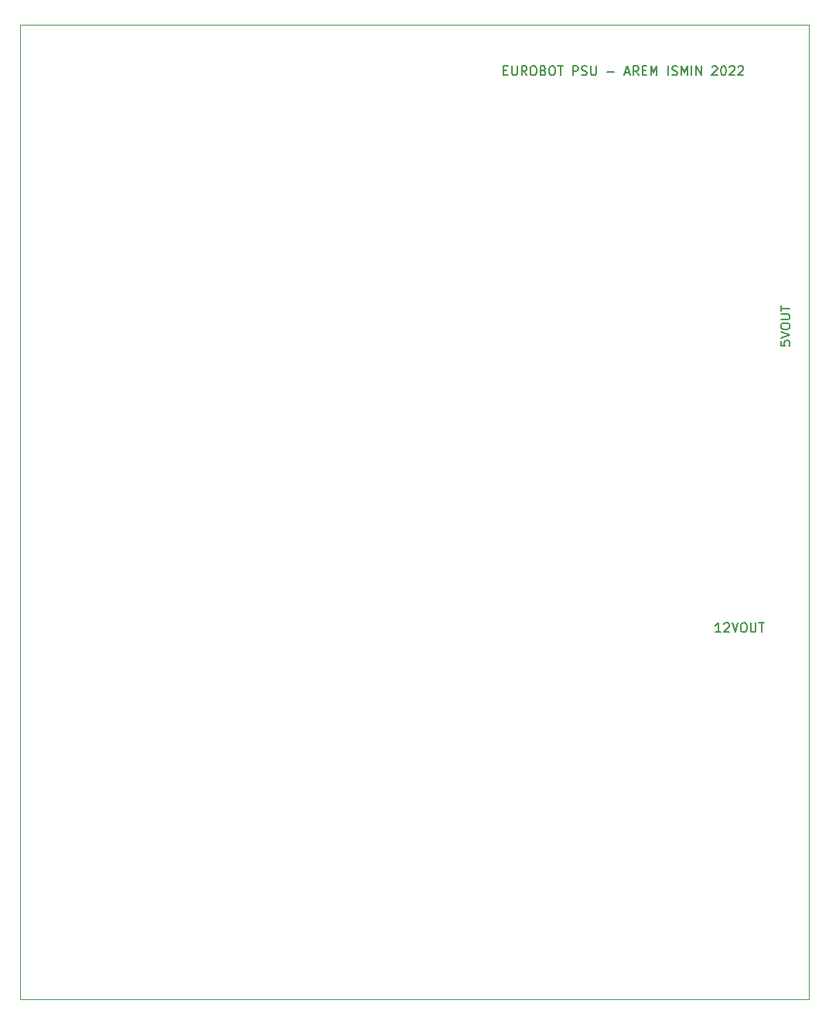
<source format=gbr>
%TF.GenerationSoftware,KiCad,Pcbnew,(6.0.1)*%
%TF.CreationDate,2022-02-19T17:03:56+01:00*%
%TF.ProjectId,PSU,5053552e-6b69-4636-9164-5f7063625858,rev?*%
%TF.SameCoordinates,Original*%
%TF.FileFunction,Profile,NP*%
%FSLAX46Y46*%
G04 Gerber Fmt 4.6, Leading zero omitted, Abs format (unit mm)*
G04 Created by KiCad (PCBNEW (6.0.1)) date 2022-02-19 17:03:56*
%MOMM*%
%LPD*%
G01*
G04 APERTURE LIST*
%ADD10C,0.150000*%
%TA.AperFunction,Profile*%
%ADD11C,0.100000*%
%TD*%
G04 APERTURE END LIST*
D10*
X65644761Y-22788571D02*
X65978095Y-22788571D01*
X66120952Y-23312380D02*
X65644761Y-23312380D01*
X65644761Y-22312380D01*
X66120952Y-22312380D01*
X66549523Y-22312380D02*
X66549523Y-23121904D01*
X66597142Y-23217142D01*
X66644761Y-23264761D01*
X66740000Y-23312380D01*
X66930476Y-23312380D01*
X67025714Y-23264761D01*
X67073333Y-23217142D01*
X67120952Y-23121904D01*
X67120952Y-22312380D01*
X68168571Y-23312380D02*
X67835238Y-22836190D01*
X67597142Y-23312380D02*
X67597142Y-22312380D01*
X67978095Y-22312380D01*
X68073333Y-22360000D01*
X68120952Y-22407619D01*
X68168571Y-22502857D01*
X68168571Y-22645714D01*
X68120952Y-22740952D01*
X68073333Y-22788571D01*
X67978095Y-22836190D01*
X67597142Y-22836190D01*
X68787619Y-22312380D02*
X68978095Y-22312380D01*
X69073333Y-22360000D01*
X69168571Y-22455238D01*
X69216190Y-22645714D01*
X69216190Y-22979047D01*
X69168571Y-23169523D01*
X69073333Y-23264761D01*
X68978095Y-23312380D01*
X68787619Y-23312380D01*
X68692380Y-23264761D01*
X68597142Y-23169523D01*
X68549523Y-22979047D01*
X68549523Y-22645714D01*
X68597142Y-22455238D01*
X68692380Y-22360000D01*
X68787619Y-22312380D01*
X69978095Y-22788571D02*
X70120952Y-22836190D01*
X70168571Y-22883809D01*
X70216190Y-22979047D01*
X70216190Y-23121904D01*
X70168571Y-23217142D01*
X70120952Y-23264761D01*
X70025714Y-23312380D01*
X69644761Y-23312380D01*
X69644761Y-22312380D01*
X69978095Y-22312380D01*
X70073333Y-22360000D01*
X70120952Y-22407619D01*
X70168571Y-22502857D01*
X70168571Y-22598095D01*
X70120952Y-22693333D01*
X70073333Y-22740952D01*
X69978095Y-22788571D01*
X69644761Y-22788571D01*
X70835238Y-22312380D02*
X71025714Y-22312380D01*
X71120952Y-22360000D01*
X71216190Y-22455238D01*
X71263809Y-22645714D01*
X71263809Y-22979047D01*
X71216190Y-23169523D01*
X71120952Y-23264761D01*
X71025714Y-23312380D01*
X70835238Y-23312380D01*
X70740000Y-23264761D01*
X70644761Y-23169523D01*
X70597142Y-22979047D01*
X70597142Y-22645714D01*
X70644761Y-22455238D01*
X70740000Y-22360000D01*
X70835238Y-22312380D01*
X71549523Y-22312380D02*
X72120952Y-22312380D01*
X71835238Y-23312380D02*
X71835238Y-22312380D01*
X73216190Y-23312380D02*
X73216190Y-22312380D01*
X73597142Y-22312380D01*
X73692380Y-22360000D01*
X73740000Y-22407619D01*
X73787619Y-22502857D01*
X73787619Y-22645714D01*
X73740000Y-22740952D01*
X73692380Y-22788571D01*
X73597142Y-22836190D01*
X73216190Y-22836190D01*
X74168571Y-23264761D02*
X74311428Y-23312380D01*
X74549523Y-23312380D01*
X74644761Y-23264761D01*
X74692380Y-23217142D01*
X74740000Y-23121904D01*
X74740000Y-23026666D01*
X74692380Y-22931428D01*
X74644761Y-22883809D01*
X74549523Y-22836190D01*
X74359047Y-22788571D01*
X74263809Y-22740952D01*
X74216190Y-22693333D01*
X74168571Y-22598095D01*
X74168571Y-22502857D01*
X74216190Y-22407619D01*
X74263809Y-22360000D01*
X74359047Y-22312380D01*
X74597142Y-22312380D01*
X74740000Y-22360000D01*
X75168571Y-22312380D02*
X75168571Y-23121904D01*
X75216190Y-23217142D01*
X75263809Y-23264761D01*
X75359047Y-23312380D01*
X75549523Y-23312380D01*
X75644761Y-23264761D01*
X75692380Y-23217142D01*
X75740000Y-23121904D01*
X75740000Y-22312380D01*
X76978095Y-22931428D02*
X77740000Y-22931428D01*
X78930476Y-23026666D02*
X79406666Y-23026666D01*
X78835238Y-23312380D02*
X79168571Y-22312380D01*
X79501904Y-23312380D01*
X80406666Y-23312380D02*
X80073333Y-22836190D01*
X79835238Y-23312380D02*
X79835238Y-22312380D01*
X80216190Y-22312380D01*
X80311428Y-22360000D01*
X80359047Y-22407619D01*
X80406666Y-22502857D01*
X80406666Y-22645714D01*
X80359047Y-22740952D01*
X80311428Y-22788571D01*
X80216190Y-22836190D01*
X79835238Y-22836190D01*
X80835238Y-22788571D02*
X81168571Y-22788571D01*
X81311428Y-23312380D02*
X80835238Y-23312380D01*
X80835238Y-22312380D01*
X81311428Y-22312380D01*
X81740000Y-23312380D02*
X81740000Y-22312380D01*
X82073333Y-23026666D01*
X82406666Y-22312380D01*
X82406666Y-23312380D01*
X83644761Y-23312380D02*
X83644761Y-22312380D01*
X84073333Y-23264761D02*
X84216190Y-23312380D01*
X84454285Y-23312380D01*
X84549523Y-23264761D01*
X84597142Y-23217142D01*
X84644761Y-23121904D01*
X84644761Y-23026666D01*
X84597142Y-22931428D01*
X84549523Y-22883809D01*
X84454285Y-22836190D01*
X84263809Y-22788571D01*
X84168571Y-22740952D01*
X84120952Y-22693333D01*
X84073333Y-22598095D01*
X84073333Y-22502857D01*
X84120952Y-22407619D01*
X84168571Y-22360000D01*
X84263809Y-22312380D01*
X84501904Y-22312380D01*
X84644761Y-22360000D01*
X85073333Y-23312380D02*
X85073333Y-22312380D01*
X85406666Y-23026666D01*
X85740000Y-22312380D01*
X85740000Y-23312380D01*
X86216190Y-23312380D02*
X86216190Y-22312380D01*
X86692380Y-23312380D02*
X86692380Y-22312380D01*
X87263809Y-23312380D01*
X87263809Y-22312380D01*
X88454285Y-22407619D02*
X88501904Y-22360000D01*
X88597142Y-22312380D01*
X88835238Y-22312380D01*
X88930476Y-22360000D01*
X88978095Y-22407619D01*
X89025714Y-22502857D01*
X89025714Y-22598095D01*
X88978095Y-22740952D01*
X88406666Y-23312380D01*
X89025714Y-23312380D01*
X89644761Y-22312380D02*
X89740000Y-22312380D01*
X89835238Y-22360000D01*
X89882857Y-22407619D01*
X89930476Y-22502857D01*
X89978095Y-22693333D01*
X89978095Y-22931428D01*
X89930476Y-23121904D01*
X89882857Y-23217142D01*
X89835238Y-23264761D01*
X89740000Y-23312380D01*
X89644761Y-23312380D01*
X89549523Y-23264761D01*
X89501904Y-23217142D01*
X89454285Y-23121904D01*
X89406666Y-22931428D01*
X89406666Y-22693333D01*
X89454285Y-22502857D01*
X89501904Y-22407619D01*
X89549523Y-22360000D01*
X89644761Y-22312380D01*
X90359047Y-22407619D02*
X90406666Y-22360000D01*
X90501904Y-22312380D01*
X90740000Y-22312380D01*
X90835238Y-22360000D01*
X90882857Y-22407619D01*
X90930476Y-22502857D01*
X90930476Y-22598095D01*
X90882857Y-22740952D01*
X90311428Y-23312380D01*
X90930476Y-23312380D01*
X91311428Y-22407619D02*
X91359047Y-22360000D01*
X91454285Y-22312380D01*
X91692380Y-22312380D01*
X91787619Y-22360000D01*
X91835238Y-22407619D01*
X91882857Y-22502857D01*
X91882857Y-22598095D01*
X91835238Y-22740952D01*
X91263809Y-23312380D01*
X91882857Y-23312380D01*
X89392380Y-84272380D02*
X88820952Y-84272380D01*
X89106666Y-84272380D02*
X89106666Y-83272380D01*
X89011428Y-83415238D01*
X88916190Y-83510476D01*
X88820952Y-83558095D01*
X89773333Y-83367619D02*
X89820952Y-83320000D01*
X89916190Y-83272380D01*
X90154285Y-83272380D01*
X90249523Y-83320000D01*
X90297142Y-83367619D01*
X90344761Y-83462857D01*
X90344761Y-83558095D01*
X90297142Y-83700952D01*
X89725714Y-84272380D01*
X90344761Y-84272380D01*
X90630476Y-83272380D02*
X90963809Y-84272380D01*
X91297142Y-83272380D01*
X91820952Y-83272380D02*
X92011428Y-83272380D01*
X92106666Y-83320000D01*
X92201904Y-83415238D01*
X92249523Y-83605714D01*
X92249523Y-83939047D01*
X92201904Y-84129523D01*
X92106666Y-84224761D01*
X92011428Y-84272380D01*
X91820952Y-84272380D01*
X91725714Y-84224761D01*
X91630476Y-84129523D01*
X91582857Y-83939047D01*
X91582857Y-83605714D01*
X91630476Y-83415238D01*
X91725714Y-83320000D01*
X91820952Y-83272380D01*
X92678095Y-83272380D02*
X92678095Y-84081904D01*
X92725714Y-84177142D01*
X92773333Y-84224761D01*
X92868571Y-84272380D01*
X93059047Y-84272380D01*
X93154285Y-84224761D01*
X93201904Y-84177142D01*
X93249523Y-84081904D01*
X93249523Y-83272380D01*
X93582857Y-83272380D02*
X94154285Y-83272380D01*
X93868571Y-84272380D02*
X93868571Y-83272380D01*
X95972380Y-52419047D02*
X95972380Y-52895238D01*
X96448571Y-52942857D01*
X96400952Y-52895238D01*
X96353333Y-52800000D01*
X96353333Y-52561904D01*
X96400952Y-52466666D01*
X96448571Y-52419047D01*
X96543809Y-52371428D01*
X96781904Y-52371428D01*
X96877142Y-52419047D01*
X96924761Y-52466666D01*
X96972380Y-52561904D01*
X96972380Y-52800000D01*
X96924761Y-52895238D01*
X96877142Y-52942857D01*
X95972380Y-52085714D02*
X96972380Y-51752380D01*
X95972380Y-51419047D01*
X95972380Y-50895238D02*
X95972380Y-50704761D01*
X96020000Y-50609523D01*
X96115238Y-50514285D01*
X96305714Y-50466666D01*
X96639047Y-50466666D01*
X96829523Y-50514285D01*
X96924761Y-50609523D01*
X96972380Y-50704761D01*
X96972380Y-50895238D01*
X96924761Y-50990476D01*
X96829523Y-51085714D01*
X96639047Y-51133333D01*
X96305714Y-51133333D01*
X96115238Y-51085714D01*
X96020000Y-50990476D01*
X95972380Y-50895238D01*
X95972380Y-50038095D02*
X96781904Y-50038095D01*
X96877142Y-49990476D01*
X96924761Y-49942857D01*
X96972380Y-49847619D01*
X96972380Y-49657142D01*
X96924761Y-49561904D01*
X96877142Y-49514285D01*
X96781904Y-49466666D01*
X95972380Y-49466666D01*
X95972380Y-49133333D02*
X95972380Y-48561904D01*
X96972380Y-48847619D02*
X95972380Y-48847619D01*
D11*
X12700000Y-17780000D02*
X99060000Y-17780000D01*
X99060000Y-17780000D02*
X99060000Y-124460000D01*
X99060000Y-124460000D02*
X12700000Y-124460000D01*
X12700000Y-124460000D02*
X12700000Y-17780000D01*
M02*

</source>
